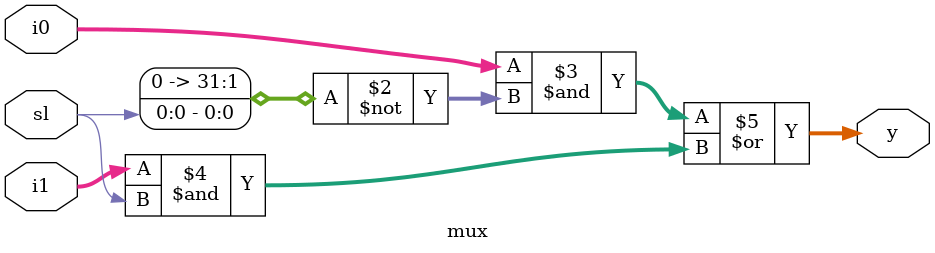
<source format=v>
module csa(input [31:0]x,y,input cin,output [31:0]s,output cout);
wire c0,c1,co0,co1;
wire [31:0]s0,s1;
assign c0=0;assign c1=1;
fa_mod4 f0(x[31:0],y[31:0],c0,s0[31:0],co0);
fa_mod4 f1(x[31:0],y[31:0],c1,s1[31:0],co1);
mux m1(s0,s1,cin,s);        //mux for sum
mux m2(co0,co1,cin,cout);   //mux for carry
endmodule

//32bit full adder
module fa_mod4(input [31:0]x,y,input cin,output [31:0]s,output cout);
wire c1;
fa_mod3 f0(x[15:0],y[15:0],cin,s[15:0],c1);
fa_mod3 f1(x[31:16],y[31:16],cin,s[31:16],cout);
endmodule
//16bit full adder 
module fa_mod3(input [15:0]x,y,input cin,output [15:0]s,output cout);
wire c1;
fa_mod2 f0(x[7:0],y[7:0],cin,s[7:0],c1);
fa_mod2 f1(x[15:8],y[15:8],c1,s[15:08],cout);
endmodule
//8bit full adder
module fa_mod2(input [7:0]x,y,input cin,output [7:0]s,output cout);
wire c1;
fa_mod1 f1(x[3:0],y[3:0],cin,s[3:0],c1);
fa_mod1 f2(x[7:4],y[7:4],c1,s[7:4],cout);
endmodule
//4bit full adder
module fa_mod1(input [3:0]x,y,input cin,output [3:0]s,output cout);
wire c1,c2,c3;
fa f0(x[0],y[0],cin,s[0],c1);
fa f1(x[1],y[1],c1,s[1],c2);
fa f2(x[2],y[2],c2,s[2],c3);
fa f3(x[3],y[3],c3,s[3],cout);
endmodule

//full adder
module fa(input x,y,cin,output s,cout);
assign s=x^y^cin;
assign cout=(x&y)|(x&cin)|(cin&y);
endmodule

//mux
module mux(input[31:0] i0,i1,input sl,output [31:0] y);
assign y=((i0&(~sl))|(i1&(sl)));
endmodule


</source>
